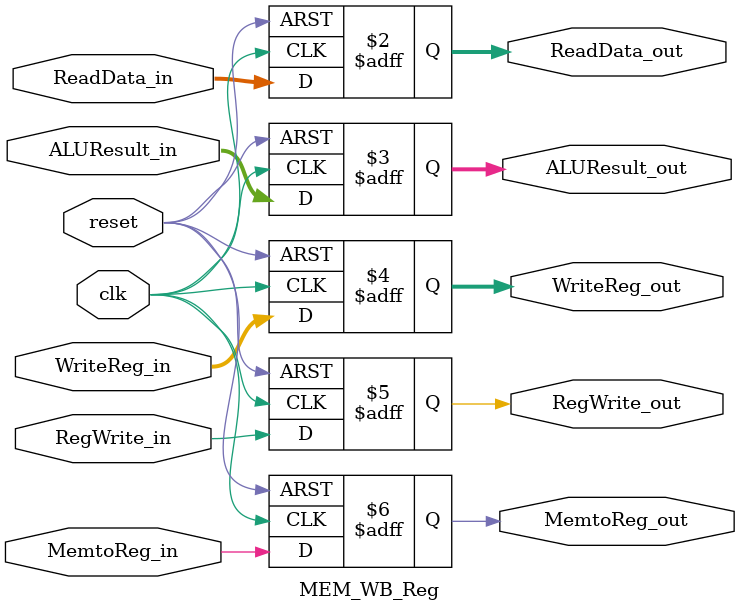
<source format=v>
`timescale 1ns / 1ps

module MEM_WB_Reg(
    input wire clk, reset,
    input wire [31:0] ReadData_in, ALUResult_in,
    input wire [4:0] WriteReg_in,
    input wire RegWrite_in, MemtoReg_in,
    output reg [31:0] ReadData_out, ALUResult_out,
    output reg [4:0] WriteReg_out,
    output reg RegWrite_out, MemtoReg_out
);
    always @(posedge clk or posedge reset) begin
        if(reset) begin
            ReadData_out<=0; ALUResult_out<=0; WriteReg_out<=0;
            RegWrite_out<=0; MemtoReg_out<=0;
        end else begin
            ReadData_out<=ReadData_in; ALUResult_out<=ALUResult_in;
            WriteReg_out<=WriteReg_in;
            RegWrite_out<=RegWrite_in; MemtoReg_out<=MemtoReg_in;
        end
    end
endmodule

</source>
